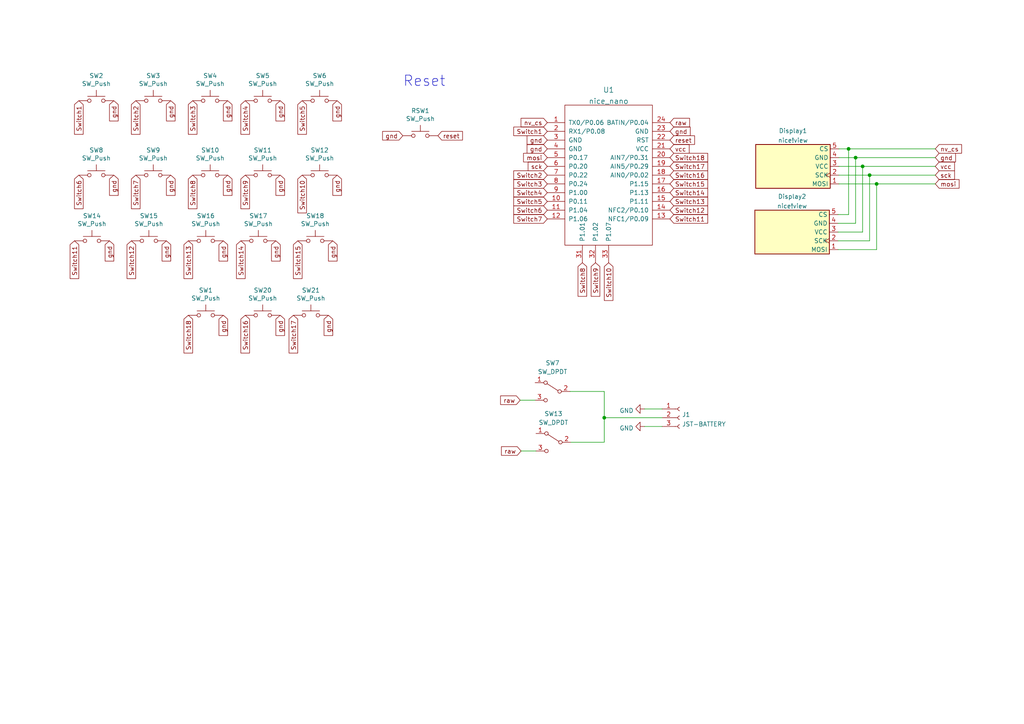
<source format=kicad_sch>
(kicad_sch (version 20211123) (generator eeschema)

  (uuid 4e66a44f-7fa6-4e16-bf9b-62ec864301a5)

  (paper "A4")

  (title_block
    (title "Sweep V2")
    (date "2021-03-10")
    (rev "0.1")
    (company "broomlabs")
  )

  (lib_symbols
    (symbol "Connector:Conn_01x03_Female" (pin_names (offset 1.016) hide) (in_bom yes) (on_board yes)
      (property "Reference" "J" (id 0) (at 0 5.08 0)
        (effects (font (size 1.27 1.27)))
      )
      (property "Value" "Conn_01x03_Female" (id 1) (at 0 -5.08 0)
        (effects (font (size 1.27 1.27)))
      )
      (property "Footprint" "" (id 2) (at 0 0 0)
        (effects (font (size 1.27 1.27)) hide)
      )
      (property "Datasheet" "~" (id 3) (at 0 0 0)
        (effects (font (size 1.27 1.27)) hide)
      )
      (property "ki_keywords" "connector" (id 4) (at 0 0 0)
        (effects (font (size 1.27 1.27)) hide)
      )
      (property "ki_description" "Generic connector, single row, 01x03, script generated (kicad-library-utils/schlib/autogen/connector/)" (id 5) (at 0 0 0)
        (effects (font (size 1.27 1.27)) hide)
      )
      (property "ki_fp_filters" "Connector*:*_1x??_*" (id 6) (at 0 0 0)
        (effects (font (size 1.27 1.27)) hide)
      )
      (symbol "Conn_01x03_Female_1_1"
        (arc (start 0 -2.032) (mid -0.508 -2.54) (end 0 -3.048)
          (stroke (width 0.1524) (type default) (color 0 0 0 0))
          (fill (type none))
        )
        (polyline
          (pts
            (xy -1.27 -2.54)
            (xy -0.508 -2.54)
          )
          (stroke (width 0.1524) (type default) (color 0 0 0 0))
          (fill (type none))
        )
        (polyline
          (pts
            (xy -1.27 0)
            (xy -0.508 0)
          )
          (stroke (width 0.1524) (type default) (color 0 0 0 0))
          (fill (type none))
        )
        (polyline
          (pts
            (xy -1.27 2.54)
            (xy -0.508 2.54)
          )
          (stroke (width 0.1524) (type default) (color 0 0 0 0))
          (fill (type none))
        )
        (arc (start 0 0.508) (mid -0.508 0) (end 0 -0.508)
          (stroke (width 0.1524) (type default) (color 0 0 0 0))
          (fill (type none))
        )
        (arc (start 0 3.048) (mid -0.508 2.54) (end 0 2.032)
          (stroke (width 0.1524) (type default) (color 0 0 0 0))
          (fill (type none))
        )
        (pin passive line (at -5.08 2.54 0) (length 3.81)
          (name "Pin_1" (effects (font (size 1.27 1.27))))
          (number "1" (effects (font (size 1.27 1.27))))
        )
        (pin passive line (at -5.08 0 0) (length 3.81)
          (name "Pin_2" (effects (font (size 1.27 1.27))))
          (number "2" (effects (font (size 1.27 1.27))))
        )
        (pin passive line (at -5.08 -2.54 0) (length 3.81)
          (name "Pin_3" (effects (font (size 1.27 1.27))))
          (number "3" (effects (font (size 1.27 1.27))))
        )
      )
    )
    (symbol "Switch:SW_Push" (pin_numbers hide) (pin_names (offset 1.016) hide) (in_bom yes) (on_board yes)
      (property "Reference" "SW" (id 0) (at 1.27 2.54 0)
        (effects (font (size 1.27 1.27)) (justify left))
      )
      (property "Value" "SW_Push" (id 1) (at 0 -1.524 0)
        (effects (font (size 1.27 1.27)))
      )
      (property "Footprint" "" (id 2) (at 0 5.08 0)
        (effects (font (size 1.27 1.27)) hide)
      )
      (property "Datasheet" "~" (id 3) (at 0 5.08 0)
        (effects (font (size 1.27 1.27)) hide)
      )
      (property "ki_keywords" "switch normally-open pushbutton push-button" (id 4) (at 0 0 0)
        (effects (font (size 1.27 1.27)) hide)
      )
      (property "ki_description" "Push button switch, generic, two pins" (id 5) (at 0 0 0)
        (effects (font (size 1.27 1.27)) hide)
      )
      (symbol "SW_Push_0_1"
        (circle (center -2.032 0) (radius 0.508)
          (stroke (width 0) (type default) (color 0 0 0 0))
          (fill (type none))
        )
        (polyline
          (pts
            (xy 0 1.27)
            (xy 0 3.048)
          )
          (stroke (width 0) (type default) (color 0 0 0 0))
          (fill (type none))
        )
        (polyline
          (pts
            (xy 2.54 1.27)
            (xy -2.54 1.27)
          )
          (stroke (width 0) (type default) (color 0 0 0 0))
          (fill (type none))
        )
        (circle (center 2.032 0) (radius 0.508)
          (stroke (width 0) (type default) (color 0 0 0 0))
          (fill (type none))
        )
        (pin passive line (at -5.08 0 0) (length 2.54)
          (name "1" (effects (font (size 1.27 1.27))))
          (number "1" (effects (font (size 1.27 1.27))))
        )
        (pin passive line (at 5.08 0 180) (length 2.54)
          (name "2" (effects (font (size 1.27 1.27))))
          (number "2" (effects (font (size 1.27 1.27))))
        )
      )
    )
    (symbol "jiran-ble:SW_DPDT" (pin_names hide) (in_bom yes) (on_board yes)
      (property "Reference" "SW" (id 0) (at 0 7.62 0)
        (effects (font (size 1.27 1.27)))
      )
      (property "Value" "SW_DPDT" (id 1) (at 0 5.715 0)
        (effects (font (size 1.27 1.27)))
      )
      (property "Footprint" "" (id 2) (at 0.635 7.62 0)
        (effects (font (size 1.27 1.27)) hide)
      )
      (property "Datasheet" "" (id 3) (at 0.635 7.62 0)
        (effects (font (size 1.27 1.27)) hide)
      )
      (symbol "SW_DPDT_0_0"
        (circle (center -3.302 0) (radius 0.508)
          (stroke (width 0) (type default) (color 0 0 0 0))
          (fill (type none))
        )
        (circle (center 0.762 -2.54) (radius 0.508)
          (stroke (width 0) (type default) (color 0 0 0 0))
          (fill (type none))
        )
      )
      (symbol "SW_DPDT_0_1"
        (polyline
          (pts
            (xy -2.794 0.254)
            (xy 0.381 2.286)
          )
          (stroke (width 0) (type default) (color 0 0 0 0))
          (fill (type none))
        )
        (circle (center 0.762 2.54) (radius 0.508)
          (stroke (width 0) (type default) (color 0 0 0 0))
          (fill (type none))
        )
      )
      (symbol "SW_DPDT_1_1"
        (pin passive line (at 3.81 2.54 180) (length 2.54)
          (name "A" (effects (font (size 1.27 1.27))))
          (number "1" (effects (font (size 1.27 1.27))))
        )
        (pin passive line (at -6.35 0 0) (length 2.54)
          (name "B" (effects (font (size 1.27 1.27))))
          (number "2" (effects (font (size 1.27 1.27))))
        )
        (pin passive line (at 3.81 -2.54 180) (length 2.54)
          (name "C" (effects (font (size 1.27 1.27))))
          (number "3" (effects (font (size 1.27 1.27))))
        )
      )
    )
    (symbol "nice_nano:nice_nano" (pin_names (offset 1.016)) (in_bom yes) (on_board yes)
      (property "Reference" "U" (id 0) (at 0 0 0)
        (effects (font (size 1.524 1.524)))
      )
      (property "Value" "nice_nano" (id 1) (at 0 2.54 0)
        (effects (font (size 1.524 1.524)))
      )
      (property "Footprint" "" (id 2) (at 26.67 -63.5 90)
        (effects (font (size 1.524 1.524)) hide)
      )
      (property "Datasheet" "" (id 3) (at 26.67 -63.5 90)
        (effects (font (size 1.524 1.524)) hide)
      )
      (symbol "nice_nano_0_1"
        (rectangle (start -12.7 -21.59) (end 12.7 19.05)
          (stroke (width 0) (type default) (color 0 0 0 0))
          (fill (type none))
        )
      )
      (symbol "nice_nano_1_1"
        (pin input line (at -17.78 13.97 0) (length 5.08)
          (name "TX0/P0.06" (effects (font (size 1.27 1.27))))
          (number "1" (effects (font (size 1.27 1.27))))
        )
        (pin input line (at -17.78 -8.89 0) (length 5.08)
          (name "P0.11" (effects (font (size 1.27 1.27))))
          (number "10" (effects (font (size 1.27 1.27))))
        )
        (pin input line (at -17.78 -11.43 0) (length 5.08)
          (name "P1.04" (effects (font (size 1.27 1.27))))
          (number "11" (effects (font (size 1.27 1.27))))
        )
        (pin input line (at -17.78 -13.97 0) (length 5.08)
          (name "P1.06" (effects (font (size 1.27 1.27))))
          (number "12" (effects (font (size 1.27 1.27))))
        )
        (pin input line (at 17.78 -13.97 180) (length 5.08)
          (name "NFC1/P0.09" (effects (font (size 1.27 1.27))))
          (number "13" (effects (font (size 1.27 1.27))))
        )
        (pin input line (at 17.78 -11.43 180) (length 5.08)
          (name "NFC2/P0.10" (effects (font (size 1.27 1.27))))
          (number "14" (effects (font (size 1.27 1.27))))
        )
        (pin input line (at 17.78 -8.89 180) (length 5.08)
          (name "P1.11" (effects (font (size 1.27 1.27))))
          (number "15" (effects (font (size 1.27 1.27))))
        )
        (pin input line (at 17.78 -6.35 180) (length 5.08)
          (name "P1.13" (effects (font (size 1.27 1.27))))
          (number "16" (effects (font (size 1.27 1.27))))
        )
        (pin input line (at 17.78 -3.81 180) (length 5.08)
          (name "P1.15" (effects (font (size 1.27 1.27))))
          (number "17" (effects (font (size 1.27 1.27))))
        )
        (pin input line (at 17.78 -1.27 180) (length 5.08)
          (name "AIN0/P0.02" (effects (font (size 1.27 1.27))))
          (number "18" (effects (font (size 1.27 1.27))))
        )
        (pin input line (at 17.78 1.27 180) (length 5.08)
          (name "AIN5/P0.29" (effects (font (size 1.27 1.27))))
          (number "19" (effects (font (size 1.27 1.27))))
        )
        (pin input line (at -17.78 11.43 0) (length 5.08)
          (name "RX1/P0.08" (effects (font (size 1.27 1.27))))
          (number "2" (effects (font (size 1.27 1.27))))
        )
        (pin input line (at 17.78 3.81 180) (length 5.08)
          (name "AIN7/P0.31" (effects (font (size 1.27 1.27))))
          (number "20" (effects (font (size 1.27 1.27))))
        )
        (pin input line (at 17.78 6.35 180) (length 5.08)
          (name "VCC" (effects (font (size 1.27 1.27))))
          (number "21" (effects (font (size 1.27 1.27))))
        )
        (pin input line (at 17.78 8.89 180) (length 5.08)
          (name "RST" (effects (font (size 1.27 1.27))))
          (number "22" (effects (font (size 1.27 1.27))))
        )
        (pin input line (at 17.78 11.43 180) (length 5.08)
          (name "GND" (effects (font (size 1.27 1.27))))
          (number "23" (effects (font (size 1.27 1.27))))
        )
        (pin input line (at 17.78 13.97 180) (length 5.08)
          (name "BATIN/P0.04" (effects (font (size 1.27 1.27))))
          (number "24" (effects (font (size 1.27 1.27))))
        )
        (pin input line (at -17.78 8.89 0) (length 5.08)
          (name "GND" (effects (font (size 1.27 1.27))))
          (number "3" (effects (font (size 1.27 1.27))))
        )
        (pin input line (at -7.62 -26.67 90) (length 5.08)
          (name "P1.01" (effects (font (size 1.27 1.27))))
          (number "31" (effects (font (size 1.27 1.27))))
        )
        (pin input line (at -3.81 -26.67 90) (length 5.08)
          (name "P1.02" (effects (font (size 1.27 1.27))))
          (number "32" (effects (font (size 1.27 1.27))))
        )
        (pin input line (at 0 -26.67 90) (length 5.08)
          (name "P1.07" (effects (font (size 1.27 1.27))))
          (number "33" (effects (font (size 1.27 1.27))))
        )
        (pin input line (at -17.78 6.35 0) (length 5.08)
          (name "GND" (effects (font (size 1.27 1.27))))
          (number "4" (effects (font (size 1.27 1.27))))
        )
        (pin input line (at -17.78 3.81 0) (length 5.08)
          (name "P0.17" (effects (font (size 1.27 1.27))))
          (number "5" (effects (font (size 1.27 1.27))))
        )
        (pin input line (at -17.78 1.27 0) (length 5.08)
          (name "P0.20" (effects (font (size 1.27 1.27))))
          (number "6" (effects (font (size 1.27 1.27))))
        )
        (pin input line (at -17.78 -1.27 0) (length 5.08)
          (name "P0.22" (effects (font (size 1.27 1.27))))
          (number "7" (effects (font (size 1.27 1.27))))
        )
        (pin input line (at -17.78 -3.81 0) (length 5.08)
          (name "P0.24" (effects (font (size 1.27 1.27))))
          (number "8" (effects (font (size 1.27 1.27))))
        )
        (pin input line (at -17.78 -6.35 0) (length 5.08)
          (name "P1.00" (effects (font (size 1.27 1.27))))
          (number "9" (effects (font (size 1.27 1.27))))
        )
      )
    )
    (symbol "nice_view:nice!view" (in_bom yes) (on_board yes)
      (property "Reference" "Display" (id 0) (at 0 12.7 0)
        (effects (font (size 1.27 1.27)) (justify bottom))
      )
      (property "Value" "nice!view" (id 1) (at 0 0 0)
        (effects (font (size 1.27 1.27)))
      )
      (property "Footprint" "nice_view:nice_view" (id 2) (at 0 16.51 0)
        (effects (font (size 1.27 1.27)) hide)
      )
      (property "Datasheet" "https://nicekeyboards.com/docs/nice-view/pinout-schematic" (id 3) (at 2.54 -25.4 0)
        (effects (font (size 1.27 1.27)) hide)
      )
      (property "ki_keywords" "display MIP 36x14" (id 4) (at 0 0 0)
        (effects (font (size 1.27 1.27)) hide)
      )
      (property "ki_description" "Sharp LS011B7DH03 Memory in Pixel 160x68" (id 5) (at 0 0 0)
        (effects (font (size 1.27 1.27)) hide)
      )
      (property "ki_fp_filters" "nice*" (id 6) (at 0 0 0)
        (effects (font (size 1.27 1.27)) hide)
      )
      (symbol "nice!view_0_1"
        (rectangle (start -6.35 11.43) (end 6.35 -10.16)
          (stroke (width 0.254) (type default) (color 0 0 0 0))
          (fill (type background))
        )
      )
      (symbol "nice!view_1_1"
        (pin input line (at -5.08 -12.7 90) (length 2.54)
          (name "MOSI" (effects (font (size 1.27 1.27))))
          (number "1" (effects (font (size 1.27 1.27))))
        )
        (pin input clock (at -2.54 -12.7 90) (length 2.54)
          (name "SCK" (effects (font (size 1.27 1.27))))
          (number "2" (effects (font (size 1.27 1.27))))
        )
        (pin power_in line (at 0 -12.7 90) (length 2.54)
          (name "VCC" (effects (font (size 1.27 1.27))))
          (number "3" (effects (font (size 1.27 1.27))))
        )
        (pin power_out line (at 2.54 -12.7 90) (length 2.54)
          (name "GND" (effects (font (size 1.27 1.27))))
          (number "4" (effects (font (size 1.27 1.27))))
        )
        (pin passive line (at 5.08 -12.7 90) (length 2.54)
          (name "CS" (effects (font (size 1.27 1.27))))
          (number "5" (effects (font (size 1.27 1.27))))
        )
      )
    )
    (symbol "power:GND" (power) (pin_names (offset 0)) (in_bom yes) (on_board yes)
      (property "Reference" "#PWR" (id 0) (at 0 -6.35 0)
        (effects (font (size 1.27 1.27)) hide)
      )
      (property "Value" "GND" (id 1) (at 0 -3.81 0)
        (effects (font (size 1.27 1.27)))
      )
      (property "Footprint" "" (id 2) (at 0 0 0)
        (effects (font (size 1.27 1.27)) hide)
      )
      (property "Datasheet" "" (id 3) (at 0 0 0)
        (effects (font (size 1.27 1.27)) hide)
      )
      (property "ki_keywords" "power-flag" (id 4) (at 0 0 0)
        (effects (font (size 1.27 1.27)) hide)
      )
      (property "ki_description" "Power symbol creates a global label with name \"GND\" , ground" (id 5) (at 0 0 0)
        (effects (font (size 1.27 1.27)) hide)
      )
      (symbol "GND_0_1"
        (polyline
          (pts
            (xy 0 0)
            (xy 0 -1.27)
            (xy 1.27 -1.27)
            (xy 0 -2.54)
            (xy -1.27 -1.27)
            (xy 0 -1.27)
          )
          (stroke (width 0) (type default) (color 0 0 0 0))
          (fill (type none))
        )
      )
      (symbol "GND_1_1"
        (pin power_in line (at 0 0 270) (length 0) hide
          (name "GND" (effects (font (size 1.27 1.27))))
          (number "1" (effects (font (size 1.27 1.27))))
        )
      )
    )
  )


  (junction (at 250.19 48.26) (diameter 0) (color 0 0 0 0)
    (uuid 0ccdb2a8-62d5-4e2b-ab7f-2f6463bd1fe2)
  )
  (junction (at 252.222 50.8) (diameter 0) (color 0 0 0 0)
    (uuid 24db0063-88ed-4393-b04f-09f4c089b1e7)
  )
  (junction (at 175.26 121.158) (diameter 0) (color 0 0 0 0)
    (uuid 30411b81-8c99-4c07-bf30-a897ce97e6dc)
  )
  (junction (at 246.126 43.18) (diameter 0) (color 0 0 0 0)
    (uuid 549de011-eda0-4223-a97d-bc489e79d1df)
  )
  (junction (at 248.158 45.72) (diameter 0) (color 0 0 0 0)
    (uuid 5fdadf82-7717-4dcf-9498-6a06eb4b15aa)
  )
  (junction (at 254.254 53.34) (diameter 0) (color 0 0 0 0)
    (uuid c2781a9c-e09e-4114-9291-d59af6ea7821)
  )

  (wire (pts (xy 151.13 130.81) (xy 155.448 130.81))
    (stroke (width 0) (type default) (color 0 0 0 0))
    (uuid 0535d972-44ae-46bf-bf76-4618a07993d9)
  )
  (wire (pts (xy 243.332 50.8) (xy 252.222 50.8))
    (stroke (width 0) (type default) (color 0 0 0 0))
    (uuid 08dcd9d0-e545-4ec3-bb43-8a6409104f94)
  )
  (wire (pts (xy 243.332 45.72) (xy 248.158 45.72))
    (stroke (width 0) (type default) (color 0 0 0 0))
    (uuid 0a36eb84-3d8e-457d-a9c8-248f65c42b78)
  )
  (wire (pts (xy 250.19 67.31) (xy 250.19 48.26))
    (stroke (width 0) (type default) (color 0 0 0 0))
    (uuid 0bbc8f47-b47e-4192-b3f6-111168944fa9)
  )
  (wire (pts (xy 248.158 45.72) (xy 271.272 45.72))
    (stroke (width 0) (type default) (color 0 0 0 0))
    (uuid 11506643-9a6f-401d-878e-efc8f85f4dcd)
  )
  (wire (pts (xy 254.254 53.34) (xy 271.272 53.34))
    (stroke (width 0) (type default) (color 0 0 0 0))
    (uuid 1e1cec29-6009-428e-bf7b-759bb18b71f1)
  )
  (wire (pts (xy 175.26 121.158) (xy 175.26 128.27))
    (stroke (width 0) (type default) (color 0 0 0 0))
    (uuid 22041225-28ed-4a76-b7de-175064055eba)
  )
  (wire (pts (xy 243.078 64.77) (xy 248.158 64.77))
    (stroke (width 0) (type default) (color 0 0 0 0))
    (uuid 23c2616f-e865-45c5-9ac5-b5ae0ff4f516)
  )
  (wire (pts (xy 243.078 67.31) (xy 250.19 67.31))
    (stroke (width 0) (type default) (color 0 0 0 0))
    (uuid 26796557-302a-4be5-ac30-24a4bbe06f29)
  )
  (wire (pts (xy 246.126 43.18) (xy 271.272 43.18))
    (stroke (width 0) (type default) (color 0 0 0 0))
    (uuid 33899aea-6b40-4754-8ca7-38705f34c15b)
  )
  (wire (pts (xy 252.222 69.85) (xy 252.222 50.8))
    (stroke (width 0) (type default) (color 0 0 0 0))
    (uuid 37cadf76-a1a8-4137-86c4-96be1d02bd6c)
  )
  (wire (pts (xy 150.876 116.078) (xy 155.194 116.078))
    (stroke (width 0) (type default) (color 0 0 0 0))
    (uuid 3fff646c-e3c3-4bcb-980c-ed04fd3d3bdb)
  )
  (wire (pts (xy 254.254 72.39) (xy 254.254 53.34))
    (stroke (width 0) (type default) (color 0 0 0 0))
    (uuid 59064387-8d16-4a48-aac5-57588d915e21)
  )
  (wire (pts (xy 186.944 123.698) (xy 192.024 123.698))
    (stroke (width 0) (type default) (color 0 0 0 0))
    (uuid 6cfa4840-d6c0-4914-a552-39172a002f0d)
  )
  (wire (pts (xy 243.078 62.23) (xy 246.126 62.23))
    (stroke (width 0) (type default) (color 0 0 0 0))
    (uuid 6fc055dd-7d9d-4b3f-b0d1-a68d31ca301a)
  )
  (wire (pts (xy 175.26 121.158) (xy 175.26 113.538))
    (stroke (width 0) (type default) (color 0 0 0 0))
    (uuid 746b1397-2eca-46d9-9780-9258ca469581)
  )
  (wire (pts (xy 175.26 121.158) (xy 192.024 121.158))
    (stroke (width 0) (type default) (color 0 0 0 0))
    (uuid 83eef698-b3cc-4fb3-b81d-5c57f3c03264)
  )
  (wire (pts (xy 243.332 43.18) (xy 246.126 43.18))
    (stroke (width 0) (type default) (color 0 0 0 0))
    (uuid 8766f170-7a00-4fc6-8d42-a92f272b0c05)
  )
  (wire (pts (xy 252.222 50.8) (xy 271.272 50.8))
    (stroke (width 0) (type default) (color 0 0 0 0))
    (uuid 884af089-30b8-4091-b3f6-0ff113cc0fea)
  )
  (wire (pts (xy 250.19 48.26) (xy 271.272 48.26))
    (stroke (width 0) (type default) (color 0 0 0 0))
    (uuid 9d9db9b4-3176-44fa-b930-ec7bb2fc4058)
  )
  (wire (pts (xy 243.078 72.39) (xy 254.254 72.39))
    (stroke (width 0) (type default) (color 0 0 0 0))
    (uuid a1ff2af5-fdf4-4d94-a8af-e2b1def05fca)
  )
  (wire (pts (xy 246.126 62.23) (xy 246.126 43.18))
    (stroke (width 0) (type default) (color 0 0 0 0))
    (uuid a6d940ee-954b-4da1-9501-3c2258a4df60)
  )
  (wire (pts (xy 243.332 48.26) (xy 250.19 48.26))
    (stroke (width 0) (type default) (color 0 0 0 0))
    (uuid ade479fd-51b2-4a77-9b12-dce9349e0c65)
  )
  (wire (pts (xy 175.26 113.538) (xy 165.354 113.538))
    (stroke (width 0) (type default) (color 0 0 0 0))
    (uuid c8f998ca-4c15-47ea-b2fb-c8d626dde215)
  )
  (wire (pts (xy 243.078 69.85) (xy 252.222 69.85))
    (stroke (width 0) (type default) (color 0 0 0 0))
    (uuid d705790e-0b72-4ed3-9c39-b739382467ce)
  )
  (wire (pts (xy 175.26 128.27) (xy 165.608 128.27))
    (stroke (width 0) (type default) (color 0 0 0 0))
    (uuid d711797c-888a-4c7b-89df-5ef421172fab)
  )
  (wire (pts (xy 243.332 53.34) (xy 254.254 53.34))
    (stroke (width 0) (type default) (color 0 0 0 0))
    (uuid d757e398-871e-4ac8-b308-7d1ec36ce852)
  )
  (wire (pts (xy 186.944 118.618) (xy 192.024 118.618))
    (stroke (width 0) (type default) (color 0 0 0 0))
    (uuid e7636845-0b66-4392-814a-827e7cecc4f4)
  )
  (wire (pts (xy 248.158 64.77) (xy 248.158 45.72))
    (stroke (width 0) (type default) (color 0 0 0 0))
    (uuid ed84a17b-c59a-4923-8fc8-cc38e7777175)
  )

  (text "Reset" (at 116.84 25.4 0)
    (effects (font (size 2.9972 2.9972)) (justify left bottom))
    (uuid 0755aee5-bc01-4cb5-b830-583289df50a3)
  )

  (global_label "Switch11" (shape input) (at 21.59 69.85 270) (fields_autoplaced)
    (effects (font (size 1.27 1.27)) (justify right))
    (uuid 0217dfc4-fc13-4699-99ad-d9948522648e)
    (property "Intersheet References" "${INTERSHEET_REFS}" (id 0) (at 0 0 0)
      (effects (font (size 1.27 1.27)) hide)
    )
  )
  (global_label "gnd" (shape input) (at 271.272 45.72 0) (fields_autoplaced)
    (effects (font (size 1.27 1.27)) (justify left))
    (uuid 058780fc-6a44-492f-a3f0-3c96060b36a6)
    (property "Intersheet References" "${INTERSHEET_REFS}" (id 0) (at 277.0433 45.7994 0)
      (effects (font (size 1.27 1.27)) (justify left) hide)
    )
  )
  (global_label "Switch3" (shape input) (at 55.88 29.21 270) (fields_autoplaced)
    (effects (font (size 1.27 1.27)) (justify right))
    (uuid 08a7c925-7fae-4530-b0c9-120e185cb318)
    (property "Intersheet References" "${INTERSHEET_REFS}" (id 0) (at 0 0 0)
      (effects (font (size 1.27 1.27)) hide)
    )
  )
  (global_label "gnd" (shape input) (at 33.02 29.21 270) (fields_autoplaced)
    (effects (font (size 1.27 1.27)) (justify right))
    (uuid 0b21a65d-d20b-411e-920a-75c343ac5136)
    (property "Intersheet References" "${INTERSHEET_REFS}" (id 0) (at 0 0 0)
      (effects (font (size 1.27 1.27)) hide)
    )
  )
  (global_label "gnd" (shape input) (at 158.75 40.64 180) (fields_autoplaced)
    (effects (font (size 1.27 1.27)) (justify right))
    (uuid 0eaa98f0-9565-4637-ace3-42a5231b07f7)
    (property "Intersheet References" "${INTERSHEET_REFS}" (id 0) (at 0 0 0)
      (effects (font (size 1.27 1.27)) hide)
    )
  )
  (global_label "reset" (shape input) (at 127 39.37 0) (fields_autoplaced)
    (effects (font (size 1.27 1.27)) (justify left))
    (uuid 0f22151c-f260-4674-b486-4710a2c42a55)
    (property "Intersheet References" "${INTERSHEET_REFS}" (id 0) (at 0 0 0)
      (effects (font (size 1.27 1.27)) hide)
    )
  )
  (global_label "reset" (shape input) (at 194.31 40.64 0) (fields_autoplaced)
    (effects (font (size 1.27 1.27)) (justify left))
    (uuid 127679a9-3981-4934-815e-896a4e3ff56e)
    (property "Intersheet References" "${INTERSHEET_REFS}" (id 0) (at 0 0 0)
      (effects (font (size 1.27 1.27)) hide)
    )
  )
  (global_label "Switch17" (shape input) (at 85.09 91.44 270) (fields_autoplaced)
    (effects (font (size 1.27 1.27)) (justify right))
    (uuid 1a6d2848-e78e-49fe-8978-e1890f07836f)
    (property "Intersheet References" "${INTERSHEET_REFS}" (id 0) (at 0 0 0)
      (effects (font (size 1.27 1.27)) hide)
    )
  )
  (global_label "gnd" (shape input) (at 81.28 50.8 270) (fields_autoplaced)
    (effects (font (size 1.27 1.27)) (justify right))
    (uuid 1bf544e3-5940-4576-9291-2464e95c0ee2)
    (property "Intersheet References" "${INTERSHEET_REFS}" (id 0) (at 0 0 0)
      (effects (font (size 1.27 1.27)) hide)
    )
  )
  (global_label "Switch12" (shape input) (at 194.31 60.96 0) (fields_autoplaced)
    (effects (font (size 1.27 1.27)) (justify left))
    (uuid 1e1b062d-fad0-427c-a622-c5b8a80b5268)
    (property "Intersheet References" "${INTERSHEET_REFS}" (id 0) (at 353.06 109.22 0)
      (effects (font (size 1.27 1.27)) hide)
    )
  )
  (global_label "vcc" (shape input) (at 194.31 43.18 0) (fields_autoplaced)
    (effects (font (size 1.27 1.27)) (justify left))
    (uuid 1e8701fc-ad24-40ea-846a-e3db538d6077)
    (property "Intersheet References" "${INTERSHEET_REFS}" (id 0) (at 0 0 0)
      (effects (font (size 1.27 1.27)) hide)
    )
  )
  (global_label "Switch5" (shape input) (at 87.63 29.21 270) (fields_autoplaced)
    (effects (font (size 1.27 1.27)) (justify right))
    (uuid 240e07e1-770b-4b27-894f-29fd601c924d)
    (property "Intersheet References" "${INTERSHEET_REFS}" (id 0) (at 0 0 0)
      (effects (font (size 1.27 1.27)) hide)
    )
  )
  (global_label "gnd" (shape input) (at 48.26 69.85 270) (fields_autoplaced)
    (effects (font (size 1.27 1.27)) (justify right))
    (uuid 2d210a96-f81f-42a9-8bf4-1b43c11086f3)
    (property "Intersheet References" "${INTERSHEET_REFS}" (id 0) (at 0 0 0)
      (effects (font (size 1.27 1.27)) hide)
    )
  )
  (global_label "Switch1" (shape input) (at 22.86 29.21 270) (fields_autoplaced)
    (effects (font (size 1.27 1.27)) (justify right))
    (uuid 2d6db888-4e40-41c8-b701-07170fc894bc)
    (property "Intersheet References" "${INTERSHEET_REFS}" (id 0) (at 0 0 0)
      (effects (font (size 1.27 1.27)) hide)
    )
  )
  (global_label "Switch14" (shape input) (at 194.31 55.88 0) (fields_autoplaced)
    (effects (font (size 1.27 1.27)) (justify left))
    (uuid 2e642b3e-a476-4c54-9a52-dcea955640cd)
    (property "Intersheet References" "${INTERSHEET_REFS}" (id 0) (at 353.06 109.22 0)
      (effects (font (size 1.27 1.27)) hide)
    )
  )
  (global_label "Switch13" (shape input) (at 194.31 58.42 0) (fields_autoplaced)
    (effects (font (size 1.27 1.27)) (justify left))
    (uuid 30f15357-ce1d-48b9-93dc-7d9b1b2aa048)
    (property "Intersheet References" "${INTERSHEET_REFS}" (id 0) (at 353.06 109.22 0)
      (effects (font (size 1.27 1.27)) hide)
    )
  )
  (global_label "gnd" (shape input) (at 81.28 91.44 270) (fields_autoplaced)
    (effects (font (size 1.27 1.27)) (justify right))
    (uuid 31e08896-1992-4725-96d9-9d2728bca7a3)
    (property "Intersheet References" "${INTERSHEET_REFS}" (id 0) (at 0 0 0)
      (effects (font (size 1.27 1.27)) hide)
    )
  )
  (global_label "Switch13" (shape input) (at 54.61 69.85 270) (fields_autoplaced)
    (effects (font (size 1.27 1.27)) (justify right))
    (uuid 3a7648d8-121a-4921-9b92-9b35b76ce39b)
    (property "Intersheet References" "${INTERSHEET_REFS}" (id 0) (at 0 0 0)
      (effects (font (size 1.27 1.27)) hide)
    )
  )
  (global_label "Switch10" (shape input) (at 176.53 76.2 270) (fields_autoplaced)
    (effects (font (size 1.27 1.27)) (justify right))
    (uuid 3b838d52-596d-4e4d-a6ac-e4c8e7621137)
    (property "Intersheet References" "${INTERSHEET_REFS}" (id 0) (at 140.97 234.95 0)
      (effects (font (size 1.27 1.27)) hide)
    )
  )
  (global_label "Switch14" (shape input) (at 69.85 69.85 270) (fields_autoplaced)
    (effects (font (size 1.27 1.27)) (justify right))
    (uuid 3e903008-0276-4a73-8edb-5d9dfde6297c)
    (property "Intersheet References" "${INTERSHEET_REFS}" (id 0) (at 0 0 0)
      (effects (font (size 1.27 1.27)) hide)
    )
  )
  (global_label "gnd" (shape input) (at 66.04 50.8 270) (fields_autoplaced)
    (effects (font (size 1.27 1.27)) (justify right))
    (uuid 42713045-fffd-4b2d-ae1e-7232d705fb12)
    (property "Intersheet References" "${INTERSHEET_REFS}" (id 0) (at 0 0 0)
      (effects (font (size 1.27 1.27)) hide)
    )
  )
  (global_label "Switch8" (shape input) (at 168.91 76.2 270) (fields_autoplaced)
    (effects (font (size 1.27 1.27)) (justify right))
    (uuid 44d8279a-9cd1-4db6-856f-0363131605fc)
    (property "Intersheet References" "${INTERSHEET_REFS}" (id 0) (at 229.87 -118.11 0)
      (effects (font (size 1.27 1.27)) hide)
    )
  )
  (global_label "Switch16" (shape input) (at 71.12 91.44 270) (fields_autoplaced)
    (effects (font (size 1.27 1.27)) (justify right))
    (uuid 45008225-f50f-4d6b-b508-6730a9408caf)
    (property "Intersheet References" "${INTERSHEET_REFS}" (id 0) (at 0 0 0)
      (effects (font (size 1.27 1.27)) hide)
    )
  )
  (global_label "nv_cs" (shape input) (at 158.75 35.56 180) (fields_autoplaced)
    (effects (font (size 1.27 1.27)) (justify right))
    (uuid 498a86d5-fa46-4c92-b9d0-4c1e5bfcad3f)
    (property "Intersheet References" "${INTERSHEET_REFS}" (id 0) (at 151.2248 35.4806 0)
      (effects (font (size 1.27 1.27)) (justify right) hide)
    )
  )
  (global_label "sck" (shape input) (at 158.75 48.26 180) (fields_autoplaced)
    (effects (font (size 1.27 1.27)) (justify right))
    (uuid 4e78207f-405f-4669-a8fd-fb3477b8ade1)
    (property "Intersheet References" "${INTERSHEET_REFS}" (id 0) (at 153.281 48.1806 0)
      (effects (font (size 1.27 1.27)) (justify right) hide)
    )
  )
  (global_label "Switch7" (shape input) (at 158.75 63.5 180) (fields_autoplaced)
    (effects (font (size 1.27 1.27)) (justify right))
    (uuid 4fb02e58-160a-4a39-9f22-d0c75e82ee72)
    (property "Intersheet References" "${INTERSHEET_REFS}" (id 0) (at 353.06 121.92 0)
      (effects (font (size 1.27 1.27)) hide)
    )
  )
  (global_label "Switch2" (shape input) (at 39.37 29.21 270) (fields_autoplaced)
    (effects (font (size 1.27 1.27)) (justify right))
    (uuid 5528bcad-2950-4673-90eb-c37e6952c475)
    (property "Intersheet References" "${INTERSHEET_REFS}" (id 0) (at 0 0 0)
      (effects (font (size 1.27 1.27)) hide)
    )
  )
  (global_label "Switch4" (shape input) (at 158.75 55.88 180) (fields_autoplaced)
    (effects (font (size 1.27 1.27)) (justify right))
    (uuid 55e740a3-0735-4744-896e-2bf5437093b9)
    (property "Intersheet References" "${INTERSHEET_REFS}" (id 0) (at 353.06 104.14 0)
      (effects (font (size 1.27 1.27)) hide)
    )
  )
  (global_label "Switch9" (shape input) (at 71.12 50.8 270) (fields_autoplaced)
    (effects (font (size 1.27 1.27)) (justify right))
    (uuid 61fe293f-6808-4b7f-9340-9aaac7054a97)
    (property "Intersheet References" "${INTERSHEET_REFS}" (id 0) (at 0 0 0)
      (effects (font (size 1.27 1.27)) hide)
    )
  )
  (global_label "Switch1" (shape input) (at 158.75 38.1 180) (fields_autoplaced)
    (effects (font (size 1.27 1.27)) (justify right))
    (uuid 62c076a3-d618-44a2-9042-9a08b3576787)
    (property "Intersheet References" "${INTERSHEET_REFS}" (id 0) (at 0 -17.78 0)
      (effects (font (size 1.27 1.27)) hide)
    )
  )
  (global_label "Switch8" (shape input) (at 55.88 50.8 270) (fields_autoplaced)
    (effects (font (size 1.27 1.27)) (justify right))
    (uuid 63ff1c93-3f96-4c33-b498-5dd8c33bccc0)
    (property "Intersheet References" "${INTERSHEET_REFS}" (id 0) (at 0 0 0)
      (effects (font (size 1.27 1.27)) hide)
    )
  )
  (global_label "Switch15" (shape input) (at 86.36 69.85 270) (fields_autoplaced)
    (effects (font (size 1.27 1.27)) (justify right))
    (uuid 6475547d-3216-45a4-a15c-48314f1dd0f9)
    (property "Intersheet References" "${INTERSHEET_REFS}" (id 0) (at 0 0 0)
      (effects (font (size 1.27 1.27)) hide)
    )
  )
  (global_label "Switch9" (shape input) (at 172.72 76.2 270) (fields_autoplaced)
    (effects (font (size 1.27 1.27)) (justify right))
    (uuid 66116376-6967-4178-9f23-a26cdeafc400)
    (property "Intersheet References" "${INTERSHEET_REFS}" (id 0) (at 236.22 -118.11 0)
      (effects (font (size 1.27 1.27)) hide)
    )
  )
  (global_label "Switch12" (shape input) (at 38.1 69.85 270) (fields_autoplaced)
    (effects (font (size 1.27 1.27)) (justify right))
    (uuid 6bfe5804-2ef9-4c65-b2a7-f01e4014370a)
    (property "Intersheet References" "${INTERSHEET_REFS}" (id 0) (at 0 0 0)
      (effects (font (size 1.27 1.27)) hide)
    )
  )
  (global_label "gnd" (shape input) (at 66.04 29.21 270) (fields_autoplaced)
    (effects (font (size 1.27 1.27)) (justify right))
    (uuid 6c2e273e-743c-4f1e-a647-4171f8122550)
    (property "Intersheet References" "${INTERSHEET_REFS}" (id 0) (at 0 0 0)
      (effects (font (size 1.27 1.27)) hide)
    )
  )
  (global_label "raw" (shape input) (at 151.13 130.81 180) (fields_autoplaced)
    (effects (font (size 1.27 1.27)) (justify right))
    (uuid 6da629ac-f580-4a2b-9359-98bda1080f3f)
    (property "Intersheet References" "${INTERSHEET_REFS}" (id 0) (at 345.44 166.37 0)
      (effects (font (size 1.27 1.27)) hide)
    )
  )
  (global_label "Switch3" (shape input) (at 158.75 53.34 180) (fields_autoplaced)
    (effects (font (size 1.27 1.27)) (justify right))
    (uuid 71c31975-2c45-4d18-a25a-18e07a55d11e)
    (property "Intersheet References" "${INTERSHEET_REFS}" (id 0) (at 353.06 104.14 0)
      (effects (font (size 1.27 1.27)) hide)
    )
  )
  (global_label "Switch6" (shape input) (at 158.75 60.96 180) (fields_autoplaced)
    (effects (font (size 1.27 1.27)) (justify right))
    (uuid 77ed3941-d133-4aef-a9af-5a39322d14eb)
    (property "Intersheet References" "${INTERSHEET_REFS}" (id 0) (at 353.06 116.84 0)
      (effects (font (size 1.27 1.27)) hide)
    )
  )
  (global_label "gnd" (shape input) (at 97.79 29.21 270) (fields_autoplaced)
    (effects (font (size 1.27 1.27)) (justify right))
    (uuid 7aed3a71-054b-4aaa-9c0a-030523c32827)
    (property "Intersheet References" "${INTERSHEET_REFS}" (id 0) (at 0 0 0)
      (effects (font (size 1.27 1.27)) hide)
    )
  )
  (global_label "gnd" (shape input) (at 81.28 29.21 270) (fields_autoplaced)
    (effects (font (size 1.27 1.27)) (justify right))
    (uuid 7dc880bc-e7eb-4cce-8d8c-0b65a9dd788e)
    (property "Intersheet References" "${INTERSHEET_REFS}" (id 0) (at 0 0 0)
      (effects (font (size 1.27 1.27)) hide)
    )
  )
  (global_label "gnd" (shape input) (at 80.01 69.85 270) (fields_autoplaced)
    (effects (font (size 1.27 1.27)) (justify right))
    (uuid 80094b70-85ab-4ff6-934b-60d5ee65023a)
    (property "Intersheet References" "${INTERSHEET_REFS}" (id 0) (at 0 0 0)
      (effects (font (size 1.27 1.27)) hide)
    )
  )
  (global_label "gnd" (shape input) (at 158.75 43.18 180) (fields_autoplaced)
    (effects (font (size 1.27 1.27)) (justify right))
    (uuid 8174b4de-74b1-48db-ab8e-c8432251095b)
    (property "Intersheet References" "${INTERSHEET_REFS}" (id 0) (at 0 0 0)
      (effects (font (size 1.27 1.27)) hide)
    )
  )
  (global_label "gnd" (shape input) (at 95.25 91.44 270) (fields_autoplaced)
    (effects (font (size 1.27 1.27)) (justify right))
    (uuid 852dabbf-de45-4470-8176-59d37a754407)
    (property "Intersheet References" "${INTERSHEET_REFS}" (id 0) (at 0 0 0)
      (effects (font (size 1.27 1.27)) hide)
    )
  )
  (global_label "Switch10" (shape input) (at 87.63 50.8 270) (fields_autoplaced)
    (effects (font (size 1.27 1.27)) (justify right))
    (uuid 8da933a9-35f8-42e6-8504-d1bab7264306)
    (property "Intersheet References" "${INTERSHEET_REFS}" (id 0) (at 0 0 0)
      (effects (font (size 1.27 1.27)) hide)
    )
  )
  (global_label "gnd" (shape input) (at 64.77 69.85 270) (fields_autoplaced)
    (effects (font (size 1.27 1.27)) (justify right))
    (uuid 922058ca-d09a-45fd-8394-05f3e2c1e03a)
    (property "Intersheet References" "${INTERSHEET_REFS}" (id 0) (at 0 0 0)
      (effects (font (size 1.27 1.27)) hide)
    )
  )
  (global_label "gnd" (shape input) (at 116.84 39.37 180) (fields_autoplaced)
    (effects (font (size 1.27 1.27)) (justify right))
    (uuid 9340c285-5767-42d5-8b6d-63fe2a40ddf3)
    (property "Intersheet References" "${INTERSHEET_REFS}" (id 0) (at 0 0 0)
      (effects (font (size 1.27 1.27)) hide)
    )
  )
  (global_label "gnd" (shape input) (at 49.53 29.21 270) (fields_autoplaced)
    (effects (font (size 1.27 1.27)) (justify right))
    (uuid 94a873dc-af67-4ef9-8159-1f7c93eeb3d7)
    (property "Intersheet References" "${INTERSHEET_REFS}" (id 0) (at 0 0 0)
      (effects (font (size 1.27 1.27)) hide)
    )
  )
  (global_label "raw" (shape input) (at 150.876 116.078 180) (fields_autoplaced)
    (effects (font (size 1.27 1.27)) (justify right))
    (uuid 968d2a7b-ce63-47bf-836c-e82eb0b7b05d)
    (property "Intersheet References" "${INTERSHEET_REFS}" (id 0) (at 345.186 151.638 0)
      (effects (font (size 1.27 1.27)) hide)
    )
  )
  (global_label "gnd" (shape input) (at 31.75 69.85 270) (fields_autoplaced)
    (effects (font (size 1.27 1.27)) (justify right))
    (uuid a1823eb2-fb0d-4ed8-8b96-04184ac3a9d5)
    (property "Intersheet References" "${INTERSHEET_REFS}" (id 0) (at 0 0 0)
      (effects (font (size 1.27 1.27)) hide)
    )
  )
  (global_label "Switch16" (shape input) (at 194.31 50.8 0) (fields_autoplaced)
    (effects (font (size 1.27 1.27)) (justify left))
    (uuid a3e4f0ae-9f86-49e9-b386-ed8b42e012fb)
    (property "Intersheet References" "${INTERSHEET_REFS}" (id 0) (at 353.06 111.76 0)
      (effects (font (size 1.27 1.27)) hide)
    )
  )
  (global_label "gnd" (shape input) (at 49.53 50.8 270) (fields_autoplaced)
    (effects (font (size 1.27 1.27)) (justify right))
    (uuid aa14c3bd-4acc-4908-9d28-228585a22a9d)
    (property "Intersheet References" "${INTERSHEET_REFS}" (id 0) (at 0 0 0)
      (effects (font (size 1.27 1.27)) hide)
    )
  )
  (global_label "Switch15" (shape input) (at 194.31 53.34 0) (fields_autoplaced)
    (effects (font (size 1.27 1.27)) (justify left))
    (uuid ac264c30-3e9a-4be2-b97a-9949b68bd497)
    (property "Intersheet References" "${INTERSHEET_REFS}" (id 0) (at 353.06 111.76 0)
      (effects (font (size 1.27 1.27)) hide)
    )
  )
  (global_label "Switch2" (shape input) (at 158.75 50.8 180) (fields_autoplaced)
    (effects (font (size 1.27 1.27)) (justify right))
    (uuid afb8e687-4a13-41a1-b8c0-89a749e897fe)
    (property "Intersheet References" "${INTERSHEET_REFS}" (id 0) (at 353.06 104.14 0)
      (effects (font (size 1.27 1.27)) hide)
    )
  )
  (global_label "mosi" (shape input) (at 158.75 45.72 180) (fields_autoplaced)
    (effects (font (size 1.27 1.27)) (justify right))
    (uuid b0cbc245-7ad6-492d-89a2-756c4b74d37e)
    (property "Intersheet References" "${INTERSHEET_REFS}" (id 0) (at 151.9506 45.6406 0)
      (effects (font (size 1.27 1.27)) (justify right) hide)
    )
  )
  (global_label "sck" (shape input) (at 271.272 50.8 0) (fields_autoplaced)
    (effects (font (size 1.27 1.27)) (justify left))
    (uuid bba93317-850d-4b53-bcd2-7f3010d6f77f)
    (property "Intersheet References" "${INTERSHEET_REFS}" (id 0) (at 276.741 50.7206 0)
      (effects (font (size 1.27 1.27)) (justify left) hide)
    )
  )
  (global_label "gnd" (shape input) (at 97.79 50.8 270) (fields_autoplaced)
    (effects (font (size 1.27 1.27)) (justify right))
    (uuid bdc7face-9f7c-4701-80bb-4cc144448db1)
    (property "Intersheet References" "${INTERSHEET_REFS}" (id 0) (at 0 0 0)
      (effects (font (size 1.27 1.27)) hide)
    )
  )
  (global_label "gnd" (shape input) (at 96.52 69.85 270) (fields_autoplaced)
    (effects (font (size 1.27 1.27)) (justify right))
    (uuid bfc0aadc-38cf-466e-a642-68fdc3138c78)
    (property "Intersheet References" "${INTERSHEET_REFS}" (id 0) (at 0 0 0)
      (effects (font (size 1.27 1.27)) hide)
    )
  )
  (global_label "Switch7" (shape input) (at 39.37 50.8 270) (fields_autoplaced)
    (effects (font (size 1.27 1.27)) (justify right))
    (uuid c01d25cd-f4bb-4ef3-b5ea-533a2a4ddb2b)
    (property "Intersheet References" "${INTERSHEET_REFS}" (id 0) (at 0 0 0)
      (effects (font (size 1.27 1.27)) hide)
    )
  )
  (global_label "Switch5" (shape input) (at 158.75 58.42 180) (fields_autoplaced)
    (effects (font (size 1.27 1.27)) (justify right))
    (uuid c022004a-c968-410e-b59e-fbab0e561e9d)
    (property "Intersheet References" "${INTERSHEET_REFS}" (id 0) (at 353.06 104.14 0)
      (effects (font (size 1.27 1.27)) hide)
    )
  )
  (global_label "Switch17" (shape input) (at 194.31 48.26 0) (fields_autoplaced)
    (effects (font (size 1.27 1.27)) (justify left))
    (uuid c144caa5-b0d4-4cef-840a-d4ad178a2102)
    (property "Intersheet References" "${INTERSHEET_REFS}" (id 0) (at 353.06 111.76 0)
      (effects (font (size 1.27 1.27)) hide)
    )
  )
  (global_label "Switch4" (shape input) (at 71.12 29.21 270) (fields_autoplaced)
    (effects (font (size 1.27 1.27)) (justify right))
    (uuid cbd8faed-e1f8-4406-87c8-58b2c504a5d4)
    (property "Intersheet References" "${INTERSHEET_REFS}" (id 0) (at 0 0 0)
      (effects (font (size 1.27 1.27)) hide)
    )
  )
  (global_label "gnd" (shape input) (at 33.02 50.8 270) (fields_autoplaced)
    (effects (font (size 1.27 1.27)) (justify right))
    (uuid d57dcfee-5058-4fc2-a68b-05f9a48f685b)
    (property "Intersheet References" "${INTERSHEET_REFS}" (id 0) (at 0 0 0)
      (effects (font (size 1.27 1.27)) hide)
    )
  )
  (global_label "vcc" (shape input) (at 271.272 48.26 0) (fields_autoplaced)
    (effects (font (size 1.27 1.27)) (justify left))
    (uuid d98ad598-86a9-438c-b488-8f57b4ff1835)
    (property "Intersheet References" "${INTERSHEET_REFS}" (id 0) (at 276.741 48.3394 0)
      (effects (font (size 1.27 1.27)) (justify left) hide)
    )
  )
  (global_label "Switch18" (shape input) (at 54.61 91.44 270) (fields_autoplaced)
    (effects (font (size 1.27 1.27)) (justify right))
    (uuid d991c167-1dea-4995-a07f-065e6cec8b5a)
    (property "Intersheet References" "${INTERSHEET_REFS}" (id 0) (at 54.5306 102.2913 90)
      (effects (font (size 1.27 1.27)) (justify right) hide)
    )
  )
  (global_label "raw" (shape input) (at 194.31 35.56 0) (fields_autoplaced)
    (effects (font (size 1.27 1.27)) (justify left))
    (uuid df68c26a-03b5-4466-aecf-ba34b7dce6b7)
    (property "Intersheet References" "${INTERSHEET_REFS}" (id 0) (at 0 0 0)
      (effects (font (size 1.27 1.27)) hide)
    )
  )
  (global_label "Switch11" (shape input) (at 194.31 63.5 0) (fields_autoplaced)
    (effects (font (size 1.27 1.27)) (justify left))
    (uuid e10b5627-3247-4c86-b9f6-ef474ca11543)
    (property "Intersheet References" "${INTERSHEET_REFS}" (id 0) (at 353.06 109.22 0)
      (effects (font (size 1.27 1.27)) hide)
    )
  )
  (global_label "gnd" (shape input) (at 64.77 91.44 270) (fields_autoplaced)
    (effects (font (size 1.27 1.27)) (justify right))
    (uuid e4316383-8b1b-4b35-a6e1-7c8874cd179e)
    (property "Intersheet References" "${INTERSHEET_REFS}" (id 0) (at -30.48 0 0)
      (effects (font (size 1.27 1.27)) hide)
    )
  )
  (global_label "mosi" (shape input) (at 271.272 53.34 0) (fields_autoplaced)
    (effects (font (size 1.27 1.27)) (justify left))
    (uuid edc41432-d202-4ec1-b0d8-375d3c539816)
    (property "Intersheet References" "${INTERSHEET_REFS}" (id 0) (at 278.0714 53.2606 0)
      (effects (font (size 1.27 1.27)) (justify left) hide)
    )
  )
  (global_label "Switch6" (shape input) (at 22.86 50.8 270) (fields_autoplaced)
    (effects (font (size 1.27 1.27)) (justify right))
    (uuid ee27d19c-8dca-4ac8-a760-6dfd54d28071)
    (property "Intersheet References" "${INTERSHEET_REFS}" (id 0) (at 0 0 0)
      (effects (font (size 1.27 1.27)) hide)
    )
  )
  (global_label "nv_cs" (shape input) (at 271.272 43.18 0) (fields_autoplaced)
    (effects (font (size 1.27 1.27)) (justify left))
    (uuid f1b27f8b-acfe-4f14-8d80-2cd4d37dcaf5)
    (property "Intersheet References" "${INTERSHEET_REFS}" (id 0) (at 278.7972 43.2594 0)
      (effects (font (size 1.27 1.27)) (justify left) hide)
    )
  )
  (global_label "Switch18" (shape input) (at 194.31 45.72 0) (fields_autoplaced)
    (effects (font (size 1.27 1.27)) (justify left))
    (uuid f43e9d15-b25e-4f87-b4ed-555ffa27c3df)
    (property "Intersheet References" "${INTERSHEET_REFS}" (id 0) (at 205.1613 45.7994 0)
      (effects (font (size 1.27 1.27)) (justify left) hide)
    )
  )
  (global_label "gnd" (shape input) (at 194.31 38.1 0) (fields_autoplaced)
    (effects (font (size 1.27 1.27)) (justify left))
    (uuid f71da641-16e6-4257-80c3-0b9d804fee4f)
    (property "Intersheet References" "${INTERSHEET_REFS}" (id 0) (at 0 0 0)
      (effects (font (size 1.27 1.27)) hide)
    )
  )

  (symbol (lib_id "Switch:SW_Push") (at 27.94 29.21 0) (unit 1)
    (in_bom yes) (on_board yes)
    (uuid 00000000-0000-0000-0000-00006049e323)
    (property "Reference" "SW2" (id 0) (at 27.94 21.971 0))
    (property "Value" "SW_Push" (id 1) (at 27.94 24.2824 0))
    (property "Footprint" "fingerpunch:Kailh_socket_PG1350_optional_reversible_millmax" (id 2) (at 27.94 24.13 0)
      (effects (font (size 1.27 1.27)) hide)
    )
    (property "Datasheet" "~" (id 3) (at 27.94 24.13 0)
      (effects (font (size 1.27 1.27)) hide)
    )
    (pin "1" (uuid 5da06777-0696-4bb2-8c9a-78c96b4b3e90))
    (pin "2" (uuid 1d6c2d6c-bee0-401d-9749-98f17833afdd))
  )

  (symbol (lib_id "Switch:SW_Push") (at 44.45 29.21 0) (unit 1)
    (in_bom yes) (on_board yes)
    (uuid 00000000-0000-0000-0000-00006049e7c0)
    (property "Reference" "SW3" (id 0) (at 44.45 21.971 0))
    (property "Value" "SW_Push" (id 1) (at 44.45 24.2824 0))
    (property "Footprint" "fingerpunch:Kailh_socket_PG1350_optional_reversible_millmax" (id 2) (at 44.45 24.13 0)
      (effects (font (size 1.27 1.27)) hide)
    )
    (property "Datasheet" "~" (id 3) (at 44.45 24.13 0)
      (effects (font (size 1.27 1.27)) hide)
    )
    (pin "1" (uuid f8e927af-4836-4b0f-8a57-dbca5a18a442))
    (pin "2" (uuid 72733f59-fc61-4ff2-8fe5-0440be71758a))
  )

  (symbol (lib_id "Switch:SW_Push") (at 60.96 29.21 0) (unit 1)
    (in_bom yes) (on_board yes)
    (uuid 00000000-0000-0000-0000-00006049eb70)
    (property "Reference" "SW4" (id 0) (at 60.96 21.971 0))
    (property "Value" "SW_Push" (id 1) (at 60.96 24.2824 0))
    (property "Footprint" "fingerpunch:Kailh_socket_PG1350_optional_reversible_millmax" (id 2) (at 60.96 24.13 0)
      (effects (font (size 1.27 1.27)) hide)
    )
    (property "Datasheet" "~" (id 3) (at 60.96 24.13 0)
      (effects (font (size 1.27 1.27)) hide)
    )
    (pin "1" (uuid f99552ce-0729-4ada-aef3-5686270d7c4d))
    (pin "2" (uuid 34d3baf1-c1a6-463d-a7da-03fde565ea93))
  )

  (symbol (lib_id "Switch:SW_Push") (at 76.2 29.21 0) (unit 1)
    (in_bom yes) (on_board yes)
    (uuid 00000000-0000-0000-0000-00006049f636)
    (property "Reference" "SW5" (id 0) (at 76.2 21.971 0))
    (property "Value" "SW_Push" (id 1) (at 76.2 24.2824 0))
    (property "Footprint" "fingerpunch:Kailh_socket_PG1350_optional_reversible_millmax" (id 2) (at 76.2 24.13 0)
      (effects (font (size 1.27 1.27)) hide)
    )
    (property "Datasheet" "~" (id 3) (at 76.2 24.13 0)
      (effects (font (size 1.27 1.27)) hide)
    )
    (pin "1" (uuid 5b29962f-685a-409c-915c-9c4a92ed442a))
    (pin "2" (uuid 669e2f76-dce7-4b88-b383-d3587e6cc0cc))
  )

  (symbol (lib_id "Switch:SW_Push") (at 92.71 29.21 0) (unit 1)
    (in_bom yes) (on_board yes)
    (uuid 00000000-0000-0000-0000-00006049f698)
    (property "Reference" "SW6" (id 0) (at 92.71 21.971 0))
    (property "Value" "SW_Push" (id 1) (at 92.71 24.2824 0))
    (property "Footprint" "fingerpunch:Kailh_socket_PG1350_optional_reversible_millmax" (id 2) (at 92.71 24.13 0)
      (effects (font (size 1.27 1.27)) hide)
    )
    (property "Datasheet" "~" (id 3) (at 92.71 24.13 0)
      (effects (font (size 1.27 1.27)) hide)
    )
    (pin "1" (uuid fa16f237-4e21-4b18-8c54-f7de4e62bbb6))
    (pin "2" (uuid 7be13a36-eb8e-440f-aaac-2fd6665d9f61))
  )

  (symbol (lib_id "Switch:SW_Push") (at 76.2 91.44 0) (unit 1)
    (in_bom yes) (on_board yes)
    (uuid 00000000-0000-0000-0000-0000604a14c0)
    (property "Reference" "SW20" (id 0) (at 76.2 84.201 0))
    (property "Value" "SW_Push" (id 1) (at 76.2 86.5124 0))
    (property "Footprint" "fingerpunch:Kailh_socket_PG1350_optional_reversible_millmax" (id 2) (at 76.2 86.36 0)
      (effects (font (size 1.27 1.27)) hide)
    )
    (property "Datasheet" "~" (id 3) (at 76.2 86.36 0)
      (effects (font (size 1.27 1.27)) hide)
    )
    (pin "1" (uuid af7ccd5a-4c05-4a49-a412-ca568e4c81d2))
    (pin "2" (uuid 911557e5-adec-4d13-9794-a18b325eb4ea))
  )

  (symbol (lib_id "Switch:SW_Push") (at 90.17 91.44 0) (unit 1)
    (in_bom yes) (on_board yes)
    (uuid 00000000-0000-0000-0000-0000604a14ca)
    (property "Reference" "SW21" (id 0) (at 90.17 84.201 0))
    (property "Value" "SW_Push" (id 1) (at 90.17 86.5124 0))
    (property "Footprint" "fingerpunch:Kailh_socket_PG1350_optional_reversible_millmax" (id 2) (at 90.17 86.36 0)
      (effects (font (size 1.27 1.27)) hide)
    )
    (property "Datasheet" "~" (id 3) (at 90.17 86.36 0)
      (effects (font (size 1.27 1.27)) hide)
    )
    (pin "1" (uuid 43b7aab0-ec9b-4c58-bfa1-8dda8fccb53f))
    (pin "2" (uuid 5968c877-7376-4e25-b8db-5e755d570d06))
  )

  (symbol (lib_id "Switch:SW_Push") (at 27.94 50.8 0) (unit 1)
    (in_bom yes) (on_board yes)
    (uuid 00000000-0000-0000-0000-0000604a6c6c)
    (property "Reference" "SW8" (id 0) (at 27.94 43.561 0))
    (property "Value" "SW_Push" (id 1) (at 27.94 45.8724 0))
    (property "Footprint" "fingerpunch:Kailh_socket_PG1350_optional_reversible_millmax" (id 2) (at 27.94 45.72 0)
      (effects (font (size 1.27 1.27)) hide)
    )
    (property "Datasheet" "~" (id 3) (at 27.94 45.72 0)
      (effects (font (size 1.27 1.27)) hide)
    )
    (pin "1" (uuid 443de8e6-6c50-4145-a643-8098c9ffc1e6))
    (pin "2" (uuid bf958b11-f26e-429d-9cb0-d1379a98f463))
  )

  (symbol (lib_id "Switch:SW_Push") (at 44.45 50.8 0) (unit 1)
    (in_bom yes) (on_board yes)
    (uuid 00000000-0000-0000-0000-0000604a6d52)
    (property "Reference" "SW9" (id 0) (at 44.45 43.561 0))
    (property "Value" "SW_Push" (id 1) (at 44.45 45.8724 0))
    (property "Footprint" "fingerpunch:Kailh_socket_PG1350_optional_reversible_millmax" (id 2) (at 44.45 45.72 0)
      (effects (font (size 1.27 1.27)) hide)
    )
    (property "Datasheet" "~" (id 3) (at 44.45 45.72 0)
      (effects (font (size 1.27 1.27)) hide)
    )
    (pin "1" (uuid b45faf1e-b7a2-4d73-9833-db84a2fde78b))
    (pin "2" (uuid e5f06cd2-492e-41b2-8ded-13a3fa1042bb))
  )

  (symbol (lib_id "Switch:SW_Push") (at 60.96 50.8 0) (unit 1)
    (in_bom yes) (on_board yes)
    (uuid 00000000-0000-0000-0000-0000604a6d5c)
    (property "Reference" "SW10" (id 0) (at 60.96 43.561 0))
    (property "Value" "SW_Push" (id 1) (at 60.96 45.8724 0))
    (property "Footprint" "fingerpunch:Kailh_socket_PG1350_optional_reversible_millmax" (id 2) (at 60.96 45.72 0)
      (effects (font (size 1.27 1.27)) hide)
    )
    (property "Datasheet" "~" (id 3) (at 60.96 45.72 0)
      (effects (font (size 1.27 1.27)) hide)
    )
    (pin "1" (uuid 3f1d3b22-3ba1-4783-af8d-526bce7c36db))
    (pin "2" (uuid 449cc181-df4b-4d3b-93ef-0653c2171fe8))
  )

  (symbol (lib_id "Switch:SW_Push") (at 76.2 50.8 0) (unit 1)
    (in_bom yes) (on_board yes)
    (uuid 00000000-0000-0000-0000-0000604a6d66)
    (property "Reference" "SW11" (id 0) (at 76.2 43.561 0))
    (property "Value" "SW_Push" (id 1) (at 76.2 45.8724 0))
    (property "Footprint" "fingerpunch:Kailh_socket_PG1350_optional_reversible_millmax" (id 2) (at 76.2 45.72 0)
      (effects (font (size 1.27 1.27)) hide)
    )
    (property "Datasheet" "~" (id 3) (at 76.2 45.72 0)
      (effects (font (size 1.27 1.27)) hide)
    )
    (pin "1" (uuid 43f4cf53-1dc5-4426-bbd2-fabe9c3d45ec))
    (pin "2" (uuid 6ceb10bf-4340-4309-8250-882c2b60a70e))
  )

  (symbol (lib_id "Switch:SW_Push") (at 92.71 50.8 0) (unit 1)
    (in_bom yes) (on_board yes)
    (uuid 00000000-0000-0000-0000-0000604a6d70)
    (property "Reference" "SW12" (id 0) (at 92.71 43.561 0))
    (property "Value" "SW_Push" (id 1) (at 92.71 45.8724 0))
    (property "Footprint" "fingerpunch:Kailh_socket_PG1350_optional_reversible_millmax" (id 2) (at 92.71 45.72 0)
      (effects (font (size 1.27 1.27)) hide)
    )
    (property "Datasheet" "~" (id 3) (at 92.71 45.72 0)
      (effects (font (size 1.27 1.27)) hide)
    )
    (pin "1" (uuid 42b7a68a-3837-4773-af68-a35059da48c3))
    (pin "2" (uuid dfa2c928-7d9a-4cd3-90db-112716296421))
  )

  (symbol (lib_id "Switch:SW_Push") (at 26.67 69.85 0) (unit 1)
    (in_bom yes) (on_board yes)
    (uuid 00000000-0000-0000-0000-0000604bad64)
    (property "Reference" "SW14" (id 0) (at 26.67 62.611 0))
    (property "Value" "SW_Push" (id 1) (at 26.67 64.9224 0))
    (property "Footprint" "fingerpunch:Kailh_socket_PG1350_optional_reversible_millmax" (id 2) (at 26.67 64.77 0)
      (effects (font (size 1.27 1.27)) hide)
    )
    (property "Datasheet" "~" (id 3) (at 26.67 64.77 0)
      (effects (font (size 1.27 1.27)) hide)
    )
    (pin "1" (uuid d37a42c4-6950-4517-b4dd-96056acf0925))
    (pin "2" (uuid 376da264-b219-4ddc-be78-a640bbee3aef))
  )

  (symbol (lib_id "Switch:SW_Push") (at 43.18 69.85 0) (unit 1)
    (in_bom yes) (on_board yes)
    (uuid 00000000-0000-0000-0000-0000604baf06)
    (property "Reference" "SW15" (id 0) (at 43.18 62.611 0))
    (property "Value" "SW_Push" (id 1) (at 43.18 64.9224 0))
    (property "Footprint" "fingerpunch:Kailh_socket_PG1350_optional_reversible_millmax" (id 2) (at 43.18 64.77 0)
      (effects (font (size 1.27 1.27)) hide)
    )
    (property "Datasheet" "~" (id 3) (at 43.18 64.77 0)
      (effects (font (size 1.27 1.27)) hide)
    )
    (pin "1" (uuid 0667208e-872f-444a-9ed0-78a1b5f392d2))
    (pin "2" (uuid 7fd11519-eb9e-4413-8ca2-e43e38c699f6))
  )

  (symbol (lib_id "Switch:SW_Push") (at 59.69 69.85 0) (unit 1)
    (in_bom yes) (on_board yes)
    (uuid 00000000-0000-0000-0000-0000604baf10)
    (property "Reference" "SW16" (id 0) (at 59.69 62.611 0))
    (property "Value" "SW_Push" (id 1) (at 59.69 64.9224 0))
    (property "Footprint" "fingerpunch:Kailh_socket_PG1350_optional_reversible_millmax" (id 2) (at 59.69 64.77 0)
      (effects (font (size 1.27 1.27)) hide)
    )
    (property "Datasheet" "~" (id 3) (at 59.69 64.77 0)
      (effects (font (size 1.27 1.27)) hide)
    )
    (pin "1" (uuid 217a6ab0-8c75-4e09-8113-c7b7b906da43))
    (pin "2" (uuid 57881c8f-ea31-4450-bce6-89885e0a9bfd))
  )

  (symbol (lib_id "Switch:SW_Push") (at 74.93 69.85 0) (unit 1)
    (in_bom yes) (on_board yes)
    (uuid 00000000-0000-0000-0000-0000604baf1a)
    (property "Reference" "SW17" (id 0) (at 74.93 62.611 0))
    (property "Value" "SW_Push" (id 1) (at 74.93 64.9224 0))
    (property "Footprint" "fingerpunch:Kailh_socket_PG1350_optional_reversible_millmax" (id 2) (at 74.93 64.77 0)
      (effects (font (size 1.27 1.27)) hide)
    )
    (property "Datasheet" "~" (id 3) (at 74.93 64.77 0)
      (effects (font (size 1.27 1.27)) hide)
    )
    (pin "1" (uuid 7308e13a-4809-4e8e-af65-9905819aa376))
    (pin "2" (uuid 91c69423-de51-44fe-bc70-fec455b50634))
  )

  (symbol (lib_id "Switch:SW_Push") (at 91.44 69.85 0) (unit 1)
    (in_bom yes) (on_board yes)
    (uuid 00000000-0000-0000-0000-0000604baf24)
    (property "Reference" "SW18" (id 0) (at 91.44 62.611 0))
    (property "Value" "SW_Push" (id 1) (at 91.44 64.9224 0))
    (property "Footprint" "fingerpunch:Kailh_socket_PG1350_optional_reversible_millmax" (id 2) (at 91.44 64.77 0)
      (effects (font (size 1.27 1.27)) hide)
    )
    (property "Datasheet" "~" (id 3) (at 91.44 64.77 0)
      (effects (font (size 1.27 1.27)) hide)
    )
    (pin "1" (uuid c374668c-56af-42dd-a650-35352e96de63))
    (pin "2" (uuid 08d1dac8-0d6e-4029-9a06-c8863d7fbd51))
  )

  (symbol (lib_id "Switch:SW_Push") (at 121.92 39.37 0) (unit 1)
    (in_bom yes) (on_board yes)
    (uuid 00000000-0000-0000-0000-0000604ea4f3)
    (property "Reference" "RSW1" (id 0) (at 121.92 32.131 0))
    (property "Value" "SW_Push" (id 1) (at 121.92 34.4424 0))
    (property "Footprint" "Keebio-Parts:SW_Tactile_SPST_Angled_MJTP1117-no-mount" (id 2) (at 121.92 34.29 0)
      (effects (font (size 1.27 1.27)) hide)
    )
    (property "Datasheet" "~" (id 3) (at 121.92 34.29 0)
      (effects (font (size 1.27 1.27)) hide)
    )
    (pin "1" (uuid d35d7027-ac1b-44b2-9664-3d8a37ee0f4e))
    (pin "2" (uuid 4c38e5ef-0105-4756-a059-34a9c3247d1f))
  )

  (symbol (lib_id "nice_nano:nice_nano") (at 176.53 49.53 0) (unit 1)
    (in_bom yes) (on_board yes) (fields_autoplaced)
    (uuid 0693e4a8-32df-4e0e-a959-3e8be565e347)
    (property "Reference" "U1" (id 0) (at 176.53 26.0761 0)
      (effects (font (size 1.524 1.524)))
    )
    (property "Value" "nice_nano" (id 1) (at 176.53 29.3551 0)
      (effects (font (size 1.524 1.524)))
    )
    (property "Footprint" "fingerpunch:nice_nano" (id 2) (at 203.2 113.03 90)
      (effects (font (size 1.524 1.524)) hide)
    )
    (property "Datasheet" "" (id 3) (at 203.2 113.03 90)
      (effects (font (size 1.524 1.524)) hide)
    )
    (pin "1" (uuid c4d35441-0fb0-475f-bf0d-ebbc0e6d72ad))
    (pin "10" (uuid bcb9ce2a-3074-4003-b525-f1d4884eb63d))
    (pin "11" (uuid 4c7e268a-6fb2-43b7-a257-9dabba0c8f45))
    (pin "12" (uuid 010c9b9a-c720-43ed-b1dc-b16d44793e01))
    (pin "13" (uuid b069e01b-7fec-4a50-a6ff-ae8f9b13f1a1))
    (pin "14" (uuid 16188460-615f-4895-991a-697c26b09cde))
    (pin "15" (uuid 388c9259-fa40-4751-bd6e-c3f8a0da83cc))
    (pin "16" (uuid 174fbe5a-c764-44f9-9409-1687be7dd8d4))
    (pin "17" (uuid 69380879-2927-48d2-8dda-93b89e8a44f9))
    (pin "18" (uuid ff4177ff-755f-413a-925a-3b8bb386908c))
    (pin "19" (uuid 9b1b469d-4976-44a9-93fa-f7cafd333251))
    (pin "2" (uuid cc7c20b8-78fc-40c5-b5bf-ff5cc9dae3a9))
    (pin "20" (uuid 74bfaaf1-4a4e-4bfe-9578-cdef91cd0315))
    (pin "21" (uuid c6ff06cd-2c60-486a-8681-b36fcf64c835))
    (pin "22" (uuid a04f6346-736f-4f3d-9dce-87b060e90718))
    (pin "23" (uuid 2c6fd9a5-dd87-48e5-825b-33a660249a0e))
    (pin "24" (uuid 4125929d-d482-4fc3-86ca-b336ddf3274b))
    (pin "3" (uuid 5ec28222-0ff8-4c77-bf4f-27460251dc44))
    (pin "31" (uuid 31ad83d0-fc61-44f0-b40d-6916b480c53c))
    (pin "32" (uuid f57697e7-56bf-4f68-946a-c78b35098a64))
    (pin "33" (uuid e27197ea-d270-4c14-b264-83ae68a3d29a))
    (pin "4" (uuid 81292156-4e75-48c5-8290-1dbe6a179c65))
    (pin "5" (uuid 144359b3-7a6b-460c-9987-472871354247))
    (pin "6" (uuid 7897ca9c-98c5-4d1e-9fc2-29aa53dabe24))
    (pin "7" (uuid 716482b4-c6a5-4dde-9eef-c3692048358c))
    (pin "8" (uuid 0944e2bc-4dac-442d-a46b-36ab7b5f101e))
    (pin "9" (uuid bea354df-40fa-4b90-8815-42b561a289f8))
  )

  (symbol (lib_id "Switch:SW_Push") (at 59.69 91.44 0) (unit 1)
    (in_bom yes) (on_board yes)
    (uuid 3159bfa2-1f66-4051-9614-b55593b5f35b)
    (property "Reference" "SW1" (id 0) (at 59.69 84.201 0))
    (property "Value" "SW_Push" (id 1) (at 59.69 86.5124 0))
    (property "Footprint" "fingerpunch:Kailh_socket_PG1350_optional_reversible_millmax" (id 2) (at 59.69 86.36 0)
      (effects (font (size 1.27 1.27)) hide)
    )
    (property "Datasheet" "~" (id 3) (at 59.69 86.36 0)
      (effects (font (size 1.27 1.27)) hide)
    )
    (pin "1" (uuid 56903848-d777-47f1-a49e-c84c407b1ca4))
    (pin "2" (uuid 7af7be37-6e93-4ed7-bb28-3b6dfcb278ed))
  )

  (symbol (lib_id "power:GND") (at 186.944 123.698 270) (unit 1)
    (in_bom yes) (on_board yes) (fields_autoplaced)
    (uuid 5929a13c-96f9-4241-b1f6-89da37f6921a)
    (property "Reference" "#PWR0102" (id 0) (at 180.594 123.698 0)
      (effects (font (size 1.27 1.27)) hide)
    )
    (property "Value" "GND" (id 1) (at 183.7691 124.177 90)
      (effects (font (size 1.27 1.27)) (justify right))
    )
    (property "Footprint" "" (id 2) (at 186.944 123.698 0)
      (effects (font (size 1.27 1.27)) hide)
    )
    (property "Datasheet" "" (id 3) (at 186.944 123.698 0)
      (effects (font (size 1.27 1.27)) hide)
    )
    (pin "1" (uuid cf202ce7-e8ac-4cd3-abbd-e1f43bd2764b))
  )

  (symbol (lib_id "jiran-ble:SW_DPDT") (at 159.004 113.538 0) (mirror y) (unit 1)
    (in_bom yes) (on_board yes)
    (uuid 764570c2-a63f-40d9-bd89-9de3cab3ff49)
    (property "Reference" "SW7" (id 0) (at 160.274 105.283 0))
    (property "Value" "SW_DPDT" (id 1) (at 160.274 107.823 0))
    (property "Footprint" "fingerpunch:MSK-12C02" (id 2) (at 158.369 105.918 0)
      (effects (font (size 1.27 1.27)) hide)
    )
    (property "Datasheet" "" (id 3) (at 158.369 105.918 0)
      (effects (font (size 1.27 1.27)) hide)
    )
    (property "LCSC" "C431540" (id 4) (at 159.004 113.538 0)
      (effects (font (size 1.27 1.27)) hide)
    )
    (pin "1" (uuid a1f66885-0151-44ed-9f3f-9bb5b17be82b))
    (pin "2" (uuid df33642b-7d93-4041-a72c-38cd988f627b))
    (pin "3" (uuid e131f388-61d6-4797-ac45-0b759fc84d26))
  )

  (symbol (lib_id "jiran-ble:SW_DPDT") (at 159.258 128.27 0) (mirror y) (unit 1)
    (in_bom yes) (on_board yes)
    (uuid 86051a60-18a2-4d3f-bde8-435d97aaaf3f)
    (property "Reference" "SW13" (id 0) (at 160.528 120.015 0))
    (property "Value" "SW_DPDT" (id 1) (at 160.528 122.555 0))
    (property "Footprint" "fingerpunch:MSK-12C02" (id 2) (at 158.623 120.65 0)
      (effects (font (size 1.27 1.27)) hide)
    )
    (property "Datasheet" "" (id 3) (at 158.623 120.65 0)
      (effects (font (size 1.27 1.27)) hide)
    )
    (property "LCSC" "C431540" (id 4) (at 159.258 128.27 0)
      (effects (font (size 1.27 1.27)) hide)
    )
    (pin "1" (uuid 01b1cecc-8d4d-4eb8-84ab-c91638f3f0a2))
    (pin "2" (uuid 77c7fe1e-96e7-4597-a72d-da9bf45392c7))
    (pin "3" (uuid 10a2cd88-00f8-47b1-9468-6a3ec9dd34c6))
  )

  (symbol (lib_id "nice_view:nice!view") (at 230.632 48.26 90) (unit 1)
    (in_bom yes) (on_board yes) (fields_autoplaced)
    (uuid 89cfd60b-fa56-404e-a3a3-e989c1746e33)
    (property "Reference" "Display1" (id 0) (at 229.997 37.9435 90))
    (property "Value" "nice!view" (id 1) (at 229.997 40.7186 90))
    (property "Footprint" "fingerpunch:nice_view" (id 2) (at 214.122 48.26 0)
      (effects (font (size 1.27 1.27)) hide)
    )
    (property "Datasheet" "https://nicekeyboards.com/docs/nice-view/pinout-schematic" (id 3) (at 256.032 45.72 0)
      (effects (font (size 1.27 1.27)) hide)
    )
    (pin "1" (uuid eac097ca-3aab-413a-b66f-cc0eccf2ea31))
    (pin "2" (uuid 75acc09e-c721-4b35-8b8f-df8a276666bb))
    (pin "3" (uuid 0fe747f9-025e-4e69-9f3c-0c7433f6180e))
    (pin "4" (uuid f6c3d52c-c8df-4a01-a6ad-95426841878e))
    (pin "5" (uuid 66126fca-9999-426a-b839-666c96c299cd))
  )

  (symbol (lib_id "Connector:Conn_01x03_Female") (at 197.104 121.158 0) (unit 1)
    (in_bom yes) (on_board yes) (fields_autoplaced)
    (uuid aa53b0fd-9b14-4a92-a45a-1b2e04648b9e)
    (property "Reference" "J1" (id 0) (at 197.8152 120.2495 0)
      (effects (font (size 1.27 1.27)) (justify left))
    )
    (property "Value" "JST-BATTERY" (id 1) (at 197.8152 123.0246 0)
      (effects (font (size 1.27 1.27)) (justify left))
    )
    (property "Footprint" "Connector_JST:JST_PH_S3B-PH-K_1x03_P2.00mm_Horizontal" (id 2) (at 197.104 121.158 0)
      (effects (font (size 1.27 1.27)) hide)
    )
    (property "Datasheet" "~" (id 3) (at 197.104 121.158 0)
      (effects (font (size 1.27 1.27)) hide)
    )
    (property "LCSC" "C157929" (id 4) (at 197.104 121.158 0)
      (effects (font (size 1.27 1.27)) hide)
    )
    (pin "1" (uuid ec2d2eb0-be33-4664-8176-ed59068edf93))
    (pin "2" (uuid 013f1096-0022-4f61-b128-64fc05d4bf85))
    (pin "3" (uuid 975295e0-4c0b-4294-b97f-967886df8080))
  )

  (symbol (lib_id "power:GND") (at 186.944 118.618 270) (unit 1)
    (in_bom yes) (on_board yes) (fields_autoplaced)
    (uuid f642ee47-88ea-4601-9420-1516c4b63a85)
    (property "Reference" "#PWR0101" (id 0) (at 180.594 118.618 0)
      (effects (font (size 1.27 1.27)) hide)
    )
    (property "Value" "GND" (id 1) (at 183.7691 119.097 90)
      (effects (font (size 1.27 1.27)) (justify right))
    )
    (property "Footprint" "" (id 2) (at 186.944 118.618 0)
      (effects (font (size 1.27 1.27)) hide)
    )
    (property "Datasheet" "" (id 3) (at 186.944 118.618 0)
      (effects (font (size 1.27 1.27)) hide)
    )
    (pin "1" (uuid 8aab3dd1-cc43-4e47-91cd-5107c264afc4))
  )

  (symbol (lib_id "nice_view:nice!view") (at 230.378 67.31 90) (unit 1)
    (in_bom yes) (on_board yes) (fields_autoplaced)
    (uuid f848757b-a230-4231-81d6-35824007d0db)
    (property "Reference" "Display2" (id 0) (at 229.743 56.9935 90))
    (property "Value" "nice!view" (id 1) (at 229.743 59.7686 90))
    (property "Footprint" "fingerpunch:nice_view" (id 2) (at 213.868 67.31 0)
      (effects (font (size 1.27 1.27)) hide)
    )
    (property "Datasheet" "https://nicekeyboards.com/docs/nice-view/pinout-schematic" (id 3) (at 255.778 64.77 0)
      (effects (font (size 1.27 1.27)) hide)
    )
    (pin "1" (uuid f0bdb558-03ee-4664-8c31-e42711aa7ed7))
    (pin "2" (uuid d5f837c4-3635-49d5-af58-411674a7c84c))
    (pin "3" (uuid 83619c50-3033-4cab-a267-6ba3790374c8))
    (pin "4" (uuid 49590357-742f-473c-9f5c-d371d596cd1e))
    (pin "5" (uuid cb476f9b-f874-4a77-b9b9-ae5c99cb190d))
  )

  (sheet_instances
    (path "/" (page "1"))
  )

  (symbol_instances
    (path "/f642ee47-88ea-4601-9420-1516c4b63a85"
      (reference "#PWR0101") (unit 1) (value "GND") (footprint "")
    )
    (path "/5929a13c-96f9-4241-b1f6-89da37f6921a"
      (reference "#PWR0102") (unit 1) (value "GND") (footprint "")
    )
    (path "/89cfd60b-fa56-404e-a3a3-e989c1746e33"
      (reference "Display1") (unit 1) (value "nice!view") (footprint "fingerpunch:nice_view")
    )
    (path "/f848757b-a230-4231-81d6-35824007d0db"
      (reference "Display2") (unit 1) (value "nice!view") (footprint "fingerpunch:nice_view")
    )
    (path "/aa53b0fd-9b14-4a92-a45a-1b2e04648b9e"
      (reference "J1") (unit 1) (value "JST-BATTERY") (footprint "Connector_JST:JST_PH_S3B-PH-K_1x03_P2.00mm_Horizontal")
    )
    (path "/00000000-0000-0000-0000-0000604ea4f3"
      (reference "RSW1") (unit 1) (value "SW_Push") (footprint "Keebio-Parts:SW_Tactile_SPST_Angled_MJTP1117-no-mount")
    )
    (path "/3159bfa2-1f66-4051-9614-b55593b5f35b"
      (reference "SW1") (unit 1) (value "SW_Push") (footprint "fingerpunch:Kailh_socket_PG1350_optional_reversible_millmax")
    )
    (path "/00000000-0000-0000-0000-00006049e323"
      (reference "SW2") (unit 1) (value "SW_Push") (footprint "fingerpunch:Kailh_socket_PG1350_optional_reversible_millmax")
    )
    (path "/00000000-0000-0000-0000-00006049e7c0"
      (reference "SW3") (unit 1) (value "SW_Push") (footprint "fingerpunch:Kailh_socket_PG1350_optional_reversible_millmax")
    )
    (path "/00000000-0000-0000-0000-00006049eb70"
      (reference "SW4") (unit 1) (value "SW_Push") (footprint "fingerpunch:Kailh_socket_PG1350_optional_reversible_millmax")
    )
    (path "/00000000-0000-0000-0000-00006049f636"
      (reference "SW5") (unit 1) (value "SW_Push") (footprint "fingerpunch:Kailh_socket_PG1350_optional_reversible_millmax")
    )
    (path "/00000000-0000-0000-0000-00006049f698"
      (reference "SW6") (unit 1) (value "SW_Push") (footprint "fingerpunch:Kailh_socket_PG1350_optional_reversible_millmax")
    )
    (path "/764570c2-a63f-40d9-bd89-9de3cab3ff49"
      (reference "SW7") (unit 1) (value "SW_DPDT") (footprint "fingerpunch:MSK-12C02")
    )
    (path "/00000000-0000-0000-0000-0000604a6c6c"
      (reference "SW8") (unit 1) (value "SW_Push") (footprint "fingerpunch:Kailh_socket_PG1350_optional_reversible_millmax")
    )
    (path "/00000000-0000-0000-0000-0000604a6d52"
      (reference "SW9") (unit 1) (value "SW_Push") (footprint "fingerpunch:Kailh_socket_PG1350_optional_reversible_millmax")
    )
    (path "/00000000-0000-0000-0000-0000604a6d5c"
      (reference "SW10") (unit 1) (value "SW_Push") (footprint "fingerpunch:Kailh_socket_PG1350_optional_reversible_millmax")
    )
    (path "/00000000-0000-0000-0000-0000604a6d66"
      (reference "SW11") (unit 1) (value "SW_Push") (footprint "fingerpunch:Kailh_socket_PG1350_optional_reversible_millmax")
    )
    (path "/00000000-0000-0000-0000-0000604a6d70"
      (reference "SW12") (unit 1) (value "SW_Push") (footprint "fingerpunch:Kailh_socket_PG1350_optional_reversible_millmax")
    )
    (path "/86051a60-18a2-4d3f-bde8-435d97aaaf3f"
      (reference "SW13") (unit 1) (value "SW_DPDT") (footprint "fingerpunch:MSK-12C02")
    )
    (path "/00000000-0000-0000-0000-0000604bad64"
      (reference "SW14") (unit 1) (value "SW_Push") (footprint "fingerpunch:Kailh_socket_PG1350_optional_reversible_millmax")
    )
    (path "/00000000-0000-0000-0000-0000604baf06"
      (reference "SW15") (unit 1) (value "SW_Push") (footprint "fingerpunch:Kailh_socket_PG1350_optional_reversible_millmax")
    )
    (path "/00000000-0000-0000-0000-0000604baf10"
      (reference "SW16") (unit 1) (value "SW_Push") (footprint "fingerpunch:Kailh_socket_PG1350_optional_reversible_millmax")
    )
    (path "/00000000-0000-0000-0000-0000604baf1a"
      (reference "SW17") (unit 1) (value "SW_Push") (footprint "fingerpunch:Kailh_socket_PG1350_optional_reversible_millmax")
    )
    (path "/00000000-0000-0000-0000-0000604baf24"
      (reference "SW18") (unit 1) (value "SW_Push") (footprint "fingerpunch:Kailh_socket_PG1350_optional_reversible_millmax")
    )
    (path "/00000000-0000-0000-0000-0000604a14c0"
      (reference "SW20") (unit 1) (value "SW_Push") (footprint "fingerpunch:Kailh_socket_PG1350_optional_reversible_millmax")
    )
    (path "/00000000-0000-0000-0000-0000604a14ca"
      (reference "SW21") (unit 1) (value "SW_Push") (footprint "fingerpunch:Kailh_socket_PG1350_optional_reversible_millmax")
    )
    (path "/0693e4a8-32df-4e0e-a959-3e8be565e347"
      (reference "U1") (unit 1) (value "nice_nano") (footprint "fingerpunch:nice_nano")
    )
  )
)

</source>
